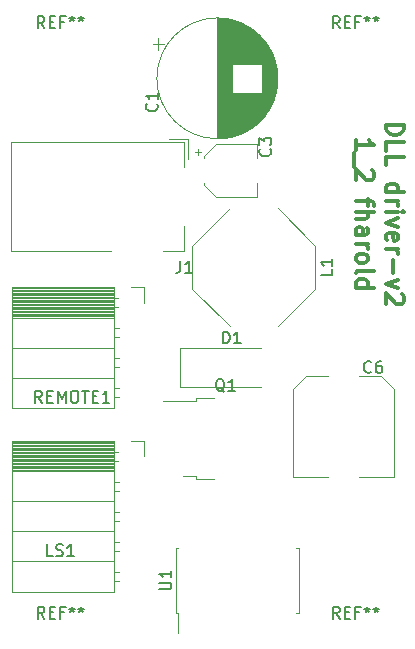
<source format=gbr>
%TF.GenerationSoftware,KiCad,Pcbnew,(5.1.6-0-10_14)*%
%TF.CreationDate,2021-01-02T16:58:20+01:00*%
%TF.ProjectId,driver-v2,64726976-6572-42d7-9632-2e6b69636164,rev?*%
%TF.SameCoordinates,Original*%
%TF.FileFunction,Legend,Top*%
%TF.FilePolarity,Positive*%
%FSLAX46Y46*%
G04 Gerber Fmt 4.6, Leading zero omitted, Abs format (unit mm)*
G04 Created by KiCad (PCBNEW (5.1.6-0-10_14)) date 2021-01-02 16:58:20*
%MOMM*%
%LPD*%
G01*
G04 APERTURE LIST*
%ADD10C,0.300000*%
%ADD11C,0.120000*%
%ADD12C,0.150000*%
G04 APERTURE END LIST*
D10*
X52596428Y-24428571D02*
X54096428Y-24428571D01*
X54096428Y-24785714D01*
X54025000Y-25000000D01*
X53882142Y-25142857D01*
X53739285Y-25214285D01*
X53453571Y-25285714D01*
X53239285Y-25285714D01*
X52953571Y-25214285D01*
X52810714Y-25142857D01*
X52667857Y-25000000D01*
X52596428Y-24785714D01*
X52596428Y-24428571D01*
X52596428Y-26642857D02*
X52596428Y-25928571D01*
X54096428Y-25928571D01*
X52596428Y-27857142D02*
X52596428Y-27142857D01*
X54096428Y-27142857D01*
X52596428Y-30142857D02*
X54096428Y-30142857D01*
X52667857Y-30142857D02*
X52596428Y-30000000D01*
X52596428Y-29714285D01*
X52667857Y-29571428D01*
X52739285Y-29500000D01*
X52882142Y-29428571D01*
X53310714Y-29428571D01*
X53453571Y-29500000D01*
X53525000Y-29571428D01*
X53596428Y-29714285D01*
X53596428Y-30000000D01*
X53525000Y-30142857D01*
X52596428Y-30857142D02*
X53596428Y-30857142D01*
X53310714Y-30857142D02*
X53453571Y-30928571D01*
X53525000Y-31000000D01*
X53596428Y-31142857D01*
X53596428Y-31285714D01*
X52596428Y-31785714D02*
X53596428Y-31785714D01*
X54096428Y-31785714D02*
X54025000Y-31714285D01*
X53953571Y-31785714D01*
X54025000Y-31857142D01*
X54096428Y-31785714D01*
X53953571Y-31785714D01*
X53596428Y-32357142D02*
X52596428Y-32714285D01*
X53596428Y-33071428D01*
X52667857Y-34214285D02*
X52596428Y-34071428D01*
X52596428Y-33785714D01*
X52667857Y-33642857D01*
X52810714Y-33571428D01*
X53382142Y-33571428D01*
X53525000Y-33642857D01*
X53596428Y-33785714D01*
X53596428Y-34071428D01*
X53525000Y-34214285D01*
X53382142Y-34285714D01*
X53239285Y-34285714D01*
X53096428Y-33571428D01*
X52596428Y-34928571D02*
X53596428Y-34928571D01*
X53310714Y-34928571D02*
X53453571Y-35000000D01*
X53525000Y-35071428D01*
X53596428Y-35214285D01*
X53596428Y-35357142D01*
X53167857Y-35857142D02*
X53167857Y-37000000D01*
X53596428Y-37571428D02*
X52596428Y-37928571D01*
X53596428Y-38285714D01*
X53953571Y-38785714D02*
X54025000Y-38857142D01*
X54096428Y-39000000D01*
X54096428Y-39357142D01*
X54025000Y-39500000D01*
X53953571Y-39571428D01*
X53810714Y-39642857D01*
X53667857Y-39642857D01*
X53453571Y-39571428D01*
X52596428Y-38714285D01*
X52596428Y-39642857D01*
X50046428Y-26571428D02*
X50046428Y-25714285D01*
X50046428Y-26142857D02*
X51546428Y-26142857D01*
X51332142Y-26000000D01*
X51189285Y-25857142D01*
X51117857Y-25714285D01*
X49903571Y-26857142D02*
X49903571Y-28000000D01*
X51403571Y-28285714D02*
X51475000Y-28357142D01*
X51546428Y-28500000D01*
X51546428Y-28857142D01*
X51475000Y-29000000D01*
X51403571Y-29071428D01*
X51260714Y-29142857D01*
X51117857Y-29142857D01*
X50903571Y-29071428D01*
X50046428Y-28214285D01*
X50046428Y-29142857D01*
X51046428Y-30714285D02*
X51046428Y-31285714D01*
X50046428Y-30928571D02*
X51332142Y-30928571D01*
X51475000Y-30999999D01*
X51546428Y-31142857D01*
X51546428Y-31285714D01*
X50046428Y-31785714D02*
X51546428Y-31785714D01*
X50046428Y-32428571D02*
X50832142Y-32428571D01*
X50975000Y-32357142D01*
X51046428Y-32214285D01*
X51046428Y-32000000D01*
X50975000Y-31857142D01*
X50903571Y-31785714D01*
X50046428Y-33785714D02*
X50832142Y-33785714D01*
X50975000Y-33714285D01*
X51046428Y-33571428D01*
X51046428Y-33285714D01*
X50975000Y-33142857D01*
X50117857Y-33785714D02*
X50046428Y-33642857D01*
X50046428Y-33285714D01*
X50117857Y-33142857D01*
X50260714Y-33071428D01*
X50403571Y-33071428D01*
X50546428Y-33142857D01*
X50617857Y-33285714D01*
X50617857Y-33642857D01*
X50689285Y-33785714D01*
X50046428Y-34499999D02*
X51046428Y-34499999D01*
X50760714Y-34499999D02*
X50903571Y-34571428D01*
X50975000Y-34642857D01*
X51046428Y-34785714D01*
X51046428Y-34928571D01*
X50046428Y-35642857D02*
X50117857Y-35500000D01*
X50189285Y-35428571D01*
X50332142Y-35357142D01*
X50760714Y-35357142D01*
X50903571Y-35428571D01*
X50975000Y-35500000D01*
X51046428Y-35642857D01*
X51046428Y-35857142D01*
X50975000Y-36000000D01*
X50903571Y-36071428D01*
X50760714Y-36142857D01*
X50332142Y-36142857D01*
X50189285Y-36071428D01*
X50117857Y-36000000D01*
X50046428Y-35857142D01*
X50046428Y-35642857D01*
X50046428Y-36999999D02*
X50117857Y-36857142D01*
X50260714Y-36785714D01*
X51546428Y-36785714D01*
X50046428Y-38214285D02*
X51546428Y-38214285D01*
X50117857Y-38214285D02*
X50046428Y-38071428D01*
X50046428Y-37785714D01*
X50117857Y-37642857D01*
X50189285Y-37571428D01*
X50332142Y-37499999D01*
X50760714Y-37499999D01*
X50903571Y-37571428D01*
X50975000Y-37642857D01*
X51046428Y-37785714D01*
X51046428Y-38071428D01*
X50975000Y-38214285D01*
D11*
%TO.C,C1*%
X33320354Y-17125000D02*
X33320354Y-18125000D01*
X32820354Y-17625000D02*
X33820354Y-17625000D01*
X43381000Y-19901000D02*
X43381000Y-21099000D01*
X43341000Y-19638000D02*
X43341000Y-21362000D01*
X43301000Y-19438000D02*
X43301000Y-21562000D01*
X43261000Y-19270000D02*
X43261000Y-21730000D01*
X43221000Y-19122000D02*
X43221000Y-21878000D01*
X43181000Y-18990000D02*
X43181000Y-22010000D01*
X43141000Y-18870000D02*
X43141000Y-22130000D01*
X43101000Y-18758000D02*
X43101000Y-22242000D01*
X43061000Y-18654000D02*
X43061000Y-22346000D01*
X43021000Y-18556000D02*
X43021000Y-22444000D01*
X42981000Y-18463000D02*
X42981000Y-22537000D01*
X42941000Y-18375000D02*
X42941000Y-22625000D01*
X42901000Y-18291000D02*
X42901000Y-22709000D01*
X42861000Y-18211000D02*
X42861000Y-22789000D01*
X42821000Y-18135000D02*
X42821000Y-22865000D01*
X42781000Y-18061000D02*
X42781000Y-22939000D01*
X42741000Y-17990000D02*
X42741000Y-23010000D01*
X42701000Y-17921000D02*
X42701000Y-23079000D01*
X42661000Y-17855000D02*
X42661000Y-23145000D01*
X42621000Y-17791000D02*
X42621000Y-23209000D01*
X42581000Y-17730000D02*
X42581000Y-23270000D01*
X42541000Y-17670000D02*
X42541000Y-23330000D01*
X42501000Y-17611000D02*
X42501000Y-23389000D01*
X42461000Y-17555000D02*
X42461000Y-23445000D01*
X42421000Y-17500000D02*
X42421000Y-23500000D01*
X42381000Y-17446000D02*
X42381000Y-23554000D01*
X42341000Y-17394000D02*
X42341000Y-23606000D01*
X42301000Y-17344000D02*
X42301000Y-23656000D01*
X42261000Y-17294000D02*
X42261000Y-23706000D01*
X42221000Y-17246000D02*
X42221000Y-23754000D01*
X42181000Y-17199000D02*
X42181000Y-23801000D01*
X42141000Y-17153000D02*
X42141000Y-23847000D01*
X42101000Y-17108000D02*
X42101000Y-23892000D01*
X42061000Y-17064000D02*
X42061000Y-23936000D01*
X42021000Y-21741000D02*
X42021000Y-23978000D01*
X42021000Y-17022000D02*
X42021000Y-19259000D01*
X41981000Y-21741000D02*
X41981000Y-24020000D01*
X41981000Y-16980000D02*
X41981000Y-19259000D01*
X41941000Y-21741000D02*
X41941000Y-24061000D01*
X41941000Y-16939000D02*
X41941000Y-19259000D01*
X41901000Y-21741000D02*
X41901000Y-24101000D01*
X41901000Y-16899000D02*
X41901000Y-19259000D01*
X41861000Y-21741000D02*
X41861000Y-24140000D01*
X41861000Y-16860000D02*
X41861000Y-19259000D01*
X41821000Y-21741000D02*
X41821000Y-24179000D01*
X41821000Y-16821000D02*
X41821000Y-19259000D01*
X41781000Y-21741000D02*
X41781000Y-24216000D01*
X41781000Y-16784000D02*
X41781000Y-19259000D01*
X41741000Y-21741000D02*
X41741000Y-24253000D01*
X41741000Y-16747000D02*
X41741000Y-19259000D01*
X41701000Y-21741000D02*
X41701000Y-24289000D01*
X41701000Y-16711000D02*
X41701000Y-19259000D01*
X41661000Y-21741000D02*
X41661000Y-24324000D01*
X41661000Y-16676000D02*
X41661000Y-19259000D01*
X41621000Y-21741000D02*
X41621000Y-24358000D01*
X41621000Y-16642000D02*
X41621000Y-19259000D01*
X41581000Y-21741000D02*
X41581000Y-24392000D01*
X41581000Y-16608000D02*
X41581000Y-19259000D01*
X41541000Y-21741000D02*
X41541000Y-24425000D01*
X41541000Y-16575000D02*
X41541000Y-19259000D01*
X41501000Y-21741000D02*
X41501000Y-24457000D01*
X41501000Y-16543000D02*
X41501000Y-19259000D01*
X41461000Y-21741000D02*
X41461000Y-24489000D01*
X41461000Y-16511000D02*
X41461000Y-19259000D01*
X41421000Y-21741000D02*
X41421000Y-24520000D01*
X41421000Y-16480000D02*
X41421000Y-19259000D01*
X41381000Y-21741000D02*
X41381000Y-24550000D01*
X41381000Y-16450000D02*
X41381000Y-19259000D01*
X41341000Y-21741000D02*
X41341000Y-24580000D01*
X41341000Y-16420000D02*
X41341000Y-19259000D01*
X41301000Y-21741000D02*
X41301000Y-24610000D01*
X41301000Y-16390000D02*
X41301000Y-19259000D01*
X41261000Y-21741000D02*
X41261000Y-24638000D01*
X41261000Y-16362000D02*
X41261000Y-19259000D01*
X41221000Y-21741000D02*
X41221000Y-24666000D01*
X41221000Y-16334000D02*
X41221000Y-19259000D01*
X41181000Y-21741000D02*
X41181000Y-24694000D01*
X41181000Y-16306000D02*
X41181000Y-19259000D01*
X41141000Y-21741000D02*
X41141000Y-24721000D01*
X41141000Y-16279000D02*
X41141000Y-19259000D01*
X41101000Y-21741000D02*
X41101000Y-24747000D01*
X41101000Y-16253000D02*
X41101000Y-19259000D01*
X41061000Y-21741000D02*
X41061000Y-24773000D01*
X41061000Y-16227000D02*
X41061000Y-19259000D01*
X41021000Y-21741000D02*
X41021000Y-24798000D01*
X41021000Y-16202000D02*
X41021000Y-19259000D01*
X40981000Y-21741000D02*
X40981000Y-24823000D01*
X40981000Y-16177000D02*
X40981000Y-19259000D01*
X40941000Y-21741000D02*
X40941000Y-24847000D01*
X40941000Y-16153000D02*
X40941000Y-19259000D01*
X40901000Y-21741000D02*
X40901000Y-24871000D01*
X40901000Y-16129000D02*
X40901000Y-19259000D01*
X40861000Y-21741000D02*
X40861000Y-24895000D01*
X40861000Y-16105000D02*
X40861000Y-19259000D01*
X40821000Y-21741000D02*
X40821000Y-24917000D01*
X40821000Y-16083000D02*
X40821000Y-19259000D01*
X40781000Y-21741000D02*
X40781000Y-24940000D01*
X40781000Y-16060000D02*
X40781000Y-19259000D01*
X40741000Y-21741000D02*
X40741000Y-24962000D01*
X40741000Y-16038000D02*
X40741000Y-19259000D01*
X40701000Y-21741000D02*
X40701000Y-24983000D01*
X40701000Y-16017000D02*
X40701000Y-19259000D01*
X40661000Y-21741000D02*
X40661000Y-25004000D01*
X40661000Y-15996000D02*
X40661000Y-19259000D01*
X40621000Y-21741000D02*
X40621000Y-25025000D01*
X40621000Y-15975000D02*
X40621000Y-19259000D01*
X40581000Y-21741000D02*
X40581000Y-25045000D01*
X40581000Y-15955000D02*
X40581000Y-19259000D01*
X40541000Y-21741000D02*
X40541000Y-25064000D01*
X40541000Y-15936000D02*
X40541000Y-19259000D01*
X40501000Y-21741000D02*
X40501000Y-25084000D01*
X40501000Y-15916000D02*
X40501000Y-19259000D01*
X40461000Y-21741000D02*
X40461000Y-25103000D01*
X40461000Y-15897000D02*
X40461000Y-19259000D01*
X40421000Y-21741000D02*
X40421000Y-25121000D01*
X40421000Y-15879000D02*
X40421000Y-19259000D01*
X40381000Y-21741000D02*
X40381000Y-25139000D01*
X40381000Y-15861000D02*
X40381000Y-19259000D01*
X40341000Y-21741000D02*
X40341000Y-25157000D01*
X40341000Y-15843000D02*
X40341000Y-19259000D01*
X40301000Y-21741000D02*
X40301000Y-25174000D01*
X40301000Y-15826000D02*
X40301000Y-19259000D01*
X40261000Y-21741000D02*
X40261000Y-25190000D01*
X40261000Y-15810000D02*
X40261000Y-19259000D01*
X40221000Y-21741000D02*
X40221000Y-25207000D01*
X40221000Y-15793000D02*
X40221000Y-19259000D01*
X40181000Y-21741000D02*
X40181000Y-25223000D01*
X40181000Y-15777000D02*
X40181000Y-19259000D01*
X40141000Y-21741000D02*
X40141000Y-25238000D01*
X40141000Y-15762000D02*
X40141000Y-19259000D01*
X40101000Y-21741000D02*
X40101000Y-25254000D01*
X40101000Y-15746000D02*
X40101000Y-19259000D01*
X40061000Y-21741000D02*
X40061000Y-25268000D01*
X40061000Y-15732000D02*
X40061000Y-19259000D01*
X40021000Y-21741000D02*
X40021000Y-25283000D01*
X40021000Y-15717000D02*
X40021000Y-19259000D01*
X39981000Y-21741000D02*
X39981000Y-25297000D01*
X39981000Y-15703000D02*
X39981000Y-19259000D01*
X39941000Y-21741000D02*
X39941000Y-25311000D01*
X39941000Y-15689000D02*
X39941000Y-19259000D01*
X39901000Y-21741000D02*
X39901000Y-25324000D01*
X39901000Y-15676000D02*
X39901000Y-19259000D01*
X39861000Y-21741000D02*
X39861000Y-25337000D01*
X39861000Y-15663000D02*
X39861000Y-19259000D01*
X39821000Y-21741000D02*
X39821000Y-25350000D01*
X39821000Y-15650000D02*
X39821000Y-19259000D01*
X39781000Y-21741000D02*
X39781000Y-25362000D01*
X39781000Y-15638000D02*
X39781000Y-19259000D01*
X39741000Y-21741000D02*
X39741000Y-25374000D01*
X39741000Y-15626000D02*
X39741000Y-19259000D01*
X39701000Y-21741000D02*
X39701000Y-25385000D01*
X39701000Y-15615000D02*
X39701000Y-19259000D01*
X39661000Y-21741000D02*
X39661000Y-25397000D01*
X39661000Y-15603000D02*
X39661000Y-19259000D01*
X39621000Y-21741000D02*
X39621000Y-25407000D01*
X39621000Y-15593000D02*
X39621000Y-19259000D01*
X39581000Y-21741000D02*
X39581000Y-25418000D01*
X39581000Y-15582000D02*
X39581000Y-19259000D01*
X39541000Y-15572000D02*
X39541000Y-25428000D01*
X39501000Y-15562000D02*
X39501000Y-25438000D01*
X39461000Y-15553000D02*
X39461000Y-25447000D01*
X39421000Y-15544000D02*
X39421000Y-25456000D01*
X39381000Y-15535000D02*
X39381000Y-25465000D01*
X39341000Y-15526000D02*
X39341000Y-25474000D01*
X39301000Y-15518000D02*
X39301000Y-25482000D01*
X39261000Y-15510000D02*
X39261000Y-25490000D01*
X39221000Y-15503000D02*
X39221000Y-25497000D01*
X39181000Y-15496000D02*
X39181000Y-25504000D01*
X39141000Y-15489000D02*
X39141000Y-25511000D01*
X39101000Y-15482000D02*
X39101000Y-25518000D01*
X39061000Y-15476000D02*
X39061000Y-25524000D01*
X39021000Y-15470000D02*
X39021000Y-25530000D01*
X38980000Y-15465000D02*
X38980000Y-25535000D01*
X38940000Y-15460000D02*
X38940000Y-25540000D01*
X38900000Y-15455000D02*
X38900000Y-25545000D01*
X38860000Y-15450000D02*
X38860000Y-25550000D01*
X38820000Y-15446000D02*
X38820000Y-25554000D01*
X38780000Y-15442000D02*
X38780000Y-25558000D01*
X38740000Y-15438000D02*
X38740000Y-25562000D01*
X38700000Y-15435000D02*
X38700000Y-25565000D01*
X38660000Y-15432000D02*
X38660000Y-25568000D01*
X38620000Y-15430000D02*
X38620000Y-25570000D01*
X38580000Y-15427000D02*
X38580000Y-25573000D01*
X38540000Y-15425000D02*
X38540000Y-25575000D01*
X38500000Y-15423000D02*
X38500000Y-25577000D01*
X38460000Y-15422000D02*
X38460000Y-25578000D01*
X38420000Y-15421000D02*
X38420000Y-25579000D01*
X38380000Y-15420000D02*
X38380000Y-25580000D01*
X38340000Y-15420000D02*
X38340000Y-25580000D01*
X38300000Y-15420000D02*
X38300000Y-25580000D01*
X43420000Y-20500000D02*
G75*
G03*
X43420000Y-20500000I-5120000J0D01*
G01*
%TO.C,C3*%
X36650000Y-26490000D02*
X36650000Y-26990000D01*
X36400000Y-26740000D02*
X36900000Y-26740000D01*
X37140000Y-29495563D02*
X38204437Y-30560000D01*
X37140000Y-27104437D02*
X38204437Y-26040000D01*
X37140000Y-27104437D02*
X37140000Y-27240000D01*
X37140000Y-29495563D02*
X37140000Y-29360000D01*
X38204437Y-30560000D02*
X41660000Y-30560000D01*
X38204437Y-26040000D02*
X41660000Y-26040000D01*
X41660000Y-26040000D02*
X41660000Y-27240000D01*
X41660000Y-30560000D02*
X41660000Y-29360000D01*
%TO.C,C6*%
X44740000Y-54260000D02*
X47690000Y-54260000D01*
X53260000Y-54260000D02*
X50310000Y-54260000D01*
X53260000Y-46804437D02*
X53260000Y-54260000D01*
X44740000Y-46804437D02*
X44740000Y-54260000D01*
X45804437Y-45740000D02*
X47690000Y-45740000D01*
X52195563Y-45740000D02*
X50310000Y-45740000D01*
X52195563Y-45740000D02*
X53260000Y-46804437D01*
X45804437Y-45740000D02*
X44740000Y-46804437D01*
%TO.C,D1*%
X35100000Y-43350000D02*
X42000000Y-43350000D01*
X35100000Y-46650000D02*
X42000000Y-46650000D01*
X35100000Y-43350000D02*
X35100000Y-46650000D01*
%TO.C,J1*%
X35500000Y-25900000D02*
X35500000Y-28000000D01*
X35800000Y-25600000D02*
X34200000Y-25600000D01*
X35800000Y-27300000D02*
X35800000Y-25600000D01*
X35500000Y-35100000D02*
X33700000Y-35100000D01*
X35500000Y-33000000D02*
X35500000Y-35100000D01*
X20800000Y-25900000D02*
X35500000Y-25900000D01*
X20800000Y-35100000D02*
X20800000Y-25900000D01*
X29300000Y-35100000D02*
X20800000Y-35100000D01*
%TO.C,L1*%
X46600000Y-38300000D02*
X43400000Y-41500000D01*
X36200000Y-38300000D02*
X39400000Y-41500000D01*
X36200000Y-38300000D02*
X36200000Y-34700000D01*
X36200000Y-34700000D02*
X39400000Y-31500000D01*
X46600000Y-34700000D02*
X46600000Y-38300000D01*
X46600000Y-34700000D02*
X43400000Y-31500000D01*
%TO.C,LS1*%
X31000000Y-51170000D02*
X32110000Y-51170000D01*
X32110000Y-51170000D02*
X32110000Y-52500000D01*
X20910000Y-51170000D02*
X20910000Y-63990000D01*
X20910000Y-63990000D02*
X29540000Y-63990000D01*
X29540000Y-51170000D02*
X29540000Y-63990000D01*
X20910000Y-51170000D02*
X29540000Y-51170000D01*
X20910000Y-61390000D02*
X29540000Y-61390000D01*
X20910000Y-58850000D02*
X29540000Y-58850000D01*
X20910000Y-56310000D02*
X29540000Y-56310000D01*
X20910000Y-53770000D02*
X29540000Y-53770000D01*
X29540000Y-63020000D02*
X29950000Y-63020000D01*
X29540000Y-62300000D02*
X29950000Y-62300000D01*
X29540000Y-60480000D02*
X29950000Y-60480000D01*
X29540000Y-59760000D02*
X29950000Y-59760000D01*
X29540000Y-57940000D02*
X29950000Y-57940000D01*
X29540000Y-57220000D02*
X29950000Y-57220000D01*
X29540000Y-55400000D02*
X29950000Y-55400000D01*
X29540000Y-54680000D02*
X29950000Y-54680000D01*
X29540000Y-52860000D02*
X29890000Y-52860000D01*
X29540000Y-52140000D02*
X29890000Y-52140000D01*
X20910000Y-53651900D02*
X29540000Y-53651900D01*
X20910000Y-53533805D02*
X29540000Y-53533805D01*
X20910000Y-53415710D02*
X29540000Y-53415710D01*
X20910000Y-53297615D02*
X29540000Y-53297615D01*
X20910000Y-53179520D02*
X29540000Y-53179520D01*
X20910000Y-53061425D02*
X29540000Y-53061425D01*
X20910000Y-52943330D02*
X29540000Y-52943330D01*
X20910000Y-52825235D02*
X29540000Y-52825235D01*
X20910000Y-52707140D02*
X29540000Y-52707140D01*
X20910000Y-52589045D02*
X29540000Y-52589045D01*
X20910000Y-52470950D02*
X29540000Y-52470950D01*
X20910000Y-52352855D02*
X29540000Y-52352855D01*
X20910000Y-52234760D02*
X29540000Y-52234760D01*
X20910000Y-52116665D02*
X29540000Y-52116665D01*
X20910000Y-51998570D02*
X29540000Y-51998570D01*
X20910000Y-51880475D02*
X29540000Y-51880475D01*
X20910000Y-51762380D02*
X29540000Y-51762380D01*
X20910000Y-51644285D02*
X29540000Y-51644285D01*
X20910000Y-51526190D02*
X29540000Y-51526190D01*
X20910000Y-51408095D02*
X29540000Y-51408095D01*
X20910000Y-51290000D02*
X29540000Y-51290000D01*
%TO.C,Q1*%
X36530000Y-54180000D02*
X35430000Y-54180000D01*
X36530000Y-54450000D02*
X36530000Y-54180000D01*
X38030000Y-54450000D02*
X36530000Y-54450000D01*
X36530000Y-47820000D02*
X33700000Y-47820000D01*
X36530000Y-47550000D02*
X36530000Y-47820000D01*
X38030000Y-47550000D02*
X36530000Y-47550000D01*
%TO.C,REMOTE1*%
X31000000Y-38170000D02*
X32110000Y-38170000D01*
X32110000Y-38170000D02*
X32110000Y-39500000D01*
X20910000Y-38170000D02*
X20910000Y-48450000D01*
X20910000Y-48450000D02*
X29540000Y-48450000D01*
X29540000Y-38170000D02*
X29540000Y-48450000D01*
X20910000Y-38170000D02*
X29540000Y-38170000D01*
X20910000Y-45850000D02*
X29540000Y-45850000D01*
X20910000Y-43310000D02*
X29540000Y-43310000D01*
X20910000Y-40770000D02*
X29540000Y-40770000D01*
X29540000Y-47480000D02*
X29950000Y-47480000D01*
X29540000Y-46760000D02*
X29950000Y-46760000D01*
X29540000Y-44940000D02*
X29950000Y-44940000D01*
X29540000Y-44220000D02*
X29950000Y-44220000D01*
X29540000Y-42400000D02*
X29950000Y-42400000D01*
X29540000Y-41680000D02*
X29950000Y-41680000D01*
X29540000Y-39860000D02*
X29890000Y-39860000D01*
X29540000Y-39140000D02*
X29890000Y-39140000D01*
X20910000Y-40651900D02*
X29540000Y-40651900D01*
X20910000Y-40533805D02*
X29540000Y-40533805D01*
X20910000Y-40415710D02*
X29540000Y-40415710D01*
X20910000Y-40297615D02*
X29540000Y-40297615D01*
X20910000Y-40179520D02*
X29540000Y-40179520D01*
X20910000Y-40061425D02*
X29540000Y-40061425D01*
X20910000Y-39943330D02*
X29540000Y-39943330D01*
X20910000Y-39825235D02*
X29540000Y-39825235D01*
X20910000Y-39707140D02*
X29540000Y-39707140D01*
X20910000Y-39589045D02*
X29540000Y-39589045D01*
X20910000Y-39470950D02*
X29540000Y-39470950D01*
X20910000Y-39352855D02*
X29540000Y-39352855D01*
X20910000Y-39234760D02*
X29540000Y-39234760D01*
X20910000Y-39116665D02*
X29540000Y-39116665D01*
X20910000Y-38998570D02*
X29540000Y-38998570D01*
X20910000Y-38880475D02*
X29540000Y-38880475D01*
X20910000Y-38762380D02*
X29540000Y-38762380D01*
X20910000Y-38644285D02*
X29540000Y-38644285D01*
X20910000Y-38526190D02*
X29540000Y-38526190D01*
X20910000Y-38408095D02*
X29540000Y-38408095D01*
X20910000Y-38290000D02*
X29540000Y-38290000D01*
%TO.C,U1*%
X34995000Y-65760000D02*
X34995000Y-67450000D01*
X34790000Y-65760000D02*
X34995000Y-65760000D01*
X34790000Y-63000000D02*
X34790000Y-65760000D01*
X34790000Y-60240000D02*
X34995000Y-60240000D01*
X34790000Y-63000000D02*
X34790000Y-60240000D01*
X45210000Y-65760000D02*
X45005000Y-65760000D01*
X45210000Y-63000000D02*
X45210000Y-65760000D01*
X45210000Y-60240000D02*
X45005000Y-60240000D01*
X45210000Y-63000000D02*
X45210000Y-60240000D01*
%TO.C,REF\u002A\u002A*%
D12*
X23666666Y-66252380D02*
X23333333Y-65776190D01*
X23095238Y-66252380D02*
X23095238Y-65252380D01*
X23476190Y-65252380D01*
X23571428Y-65300000D01*
X23619047Y-65347619D01*
X23666666Y-65442857D01*
X23666666Y-65585714D01*
X23619047Y-65680952D01*
X23571428Y-65728571D01*
X23476190Y-65776190D01*
X23095238Y-65776190D01*
X24095238Y-65728571D02*
X24428571Y-65728571D01*
X24571428Y-66252380D02*
X24095238Y-66252380D01*
X24095238Y-65252380D01*
X24571428Y-65252380D01*
X25333333Y-65728571D02*
X25000000Y-65728571D01*
X25000000Y-66252380D02*
X25000000Y-65252380D01*
X25476190Y-65252380D01*
X26000000Y-65252380D02*
X26000000Y-65490476D01*
X25761904Y-65395238D02*
X26000000Y-65490476D01*
X26238095Y-65395238D01*
X25857142Y-65680952D02*
X26000000Y-65490476D01*
X26142857Y-65680952D01*
X26761904Y-65252380D02*
X26761904Y-65490476D01*
X26523809Y-65395238D02*
X26761904Y-65490476D01*
X27000000Y-65395238D01*
X26619047Y-65680952D02*
X26761904Y-65490476D01*
X26904761Y-65680952D01*
X23666666Y-16252380D02*
X23333333Y-15776190D01*
X23095238Y-16252380D02*
X23095238Y-15252380D01*
X23476190Y-15252380D01*
X23571428Y-15300000D01*
X23619047Y-15347619D01*
X23666666Y-15442857D01*
X23666666Y-15585714D01*
X23619047Y-15680952D01*
X23571428Y-15728571D01*
X23476190Y-15776190D01*
X23095238Y-15776190D01*
X24095238Y-15728571D02*
X24428571Y-15728571D01*
X24571428Y-16252380D02*
X24095238Y-16252380D01*
X24095238Y-15252380D01*
X24571428Y-15252380D01*
X25333333Y-15728571D02*
X25000000Y-15728571D01*
X25000000Y-16252380D02*
X25000000Y-15252380D01*
X25476190Y-15252380D01*
X26000000Y-15252380D02*
X26000000Y-15490476D01*
X25761904Y-15395238D02*
X26000000Y-15490476D01*
X26238095Y-15395238D01*
X25857142Y-15680952D02*
X26000000Y-15490476D01*
X26142857Y-15680952D01*
X26761904Y-15252380D02*
X26761904Y-15490476D01*
X26523809Y-15395238D02*
X26761904Y-15490476D01*
X27000000Y-15395238D01*
X26619047Y-15680952D02*
X26761904Y-15490476D01*
X26904761Y-15680952D01*
X48666666Y-66252380D02*
X48333333Y-65776190D01*
X48095238Y-66252380D02*
X48095238Y-65252380D01*
X48476190Y-65252380D01*
X48571428Y-65300000D01*
X48619047Y-65347619D01*
X48666666Y-65442857D01*
X48666666Y-65585714D01*
X48619047Y-65680952D01*
X48571428Y-65728571D01*
X48476190Y-65776190D01*
X48095238Y-65776190D01*
X49095238Y-65728571D02*
X49428571Y-65728571D01*
X49571428Y-66252380D02*
X49095238Y-66252380D01*
X49095238Y-65252380D01*
X49571428Y-65252380D01*
X50333333Y-65728571D02*
X50000000Y-65728571D01*
X50000000Y-66252380D02*
X50000000Y-65252380D01*
X50476190Y-65252380D01*
X51000000Y-65252380D02*
X51000000Y-65490476D01*
X50761904Y-65395238D02*
X51000000Y-65490476D01*
X51238095Y-65395238D01*
X50857142Y-65680952D02*
X51000000Y-65490476D01*
X51142857Y-65680952D01*
X51761904Y-65252380D02*
X51761904Y-65490476D01*
X51523809Y-65395238D02*
X51761904Y-65490476D01*
X52000000Y-65395238D01*
X51619047Y-65680952D02*
X51761904Y-65490476D01*
X51904761Y-65680952D01*
X48666666Y-16252380D02*
X48333333Y-15776190D01*
X48095238Y-16252380D02*
X48095238Y-15252380D01*
X48476190Y-15252380D01*
X48571428Y-15300000D01*
X48619047Y-15347619D01*
X48666666Y-15442857D01*
X48666666Y-15585714D01*
X48619047Y-15680952D01*
X48571428Y-15728571D01*
X48476190Y-15776190D01*
X48095238Y-15776190D01*
X49095238Y-15728571D02*
X49428571Y-15728571D01*
X49571428Y-16252380D02*
X49095238Y-16252380D01*
X49095238Y-15252380D01*
X49571428Y-15252380D01*
X50333333Y-15728571D02*
X50000000Y-15728571D01*
X50000000Y-16252380D02*
X50000000Y-15252380D01*
X50476190Y-15252380D01*
X51000000Y-15252380D02*
X51000000Y-15490476D01*
X50761904Y-15395238D02*
X51000000Y-15490476D01*
X51238095Y-15395238D01*
X50857142Y-15680952D02*
X51000000Y-15490476D01*
X51142857Y-15680952D01*
X51761904Y-15252380D02*
X51761904Y-15490476D01*
X51523809Y-15395238D02*
X51761904Y-15490476D01*
X52000000Y-15395238D01*
X51619047Y-15680952D02*
X51761904Y-15490476D01*
X51904761Y-15680952D01*
%TO.C,C1*%
X33157142Y-22666666D02*
X33204761Y-22714285D01*
X33252380Y-22857142D01*
X33252380Y-22952380D01*
X33204761Y-23095238D01*
X33109523Y-23190476D01*
X33014285Y-23238095D01*
X32823809Y-23285714D01*
X32680952Y-23285714D01*
X32490476Y-23238095D01*
X32395238Y-23190476D01*
X32300000Y-23095238D01*
X32252380Y-22952380D01*
X32252380Y-22857142D01*
X32300000Y-22714285D01*
X32347619Y-22666666D01*
X33252380Y-21714285D02*
X33252380Y-22285714D01*
X33252380Y-22000000D02*
X32252380Y-22000000D01*
X32395238Y-22095238D01*
X32490476Y-22190476D01*
X32538095Y-22285714D01*
%TO.C,C3*%
X42757142Y-26466666D02*
X42804761Y-26514285D01*
X42852380Y-26657142D01*
X42852380Y-26752380D01*
X42804761Y-26895238D01*
X42709523Y-26990476D01*
X42614285Y-27038095D01*
X42423809Y-27085714D01*
X42280952Y-27085714D01*
X42090476Y-27038095D01*
X41995238Y-26990476D01*
X41900000Y-26895238D01*
X41852380Y-26752380D01*
X41852380Y-26657142D01*
X41900000Y-26514285D01*
X41947619Y-26466666D01*
X41852380Y-26133333D02*
X41852380Y-25514285D01*
X42233333Y-25847619D01*
X42233333Y-25704761D01*
X42280952Y-25609523D01*
X42328571Y-25561904D01*
X42423809Y-25514285D01*
X42661904Y-25514285D01*
X42757142Y-25561904D01*
X42804761Y-25609523D01*
X42852380Y-25704761D01*
X42852380Y-25990476D01*
X42804761Y-26085714D01*
X42757142Y-26133333D01*
%TO.C,C6*%
X51333333Y-45357142D02*
X51285714Y-45404761D01*
X51142857Y-45452380D01*
X51047619Y-45452380D01*
X50904761Y-45404761D01*
X50809523Y-45309523D01*
X50761904Y-45214285D01*
X50714285Y-45023809D01*
X50714285Y-44880952D01*
X50761904Y-44690476D01*
X50809523Y-44595238D01*
X50904761Y-44500000D01*
X51047619Y-44452380D01*
X51142857Y-44452380D01*
X51285714Y-44500000D01*
X51333333Y-44547619D01*
X52190476Y-44452380D02*
X52000000Y-44452380D01*
X51904761Y-44500000D01*
X51857142Y-44547619D01*
X51761904Y-44690476D01*
X51714285Y-44880952D01*
X51714285Y-45261904D01*
X51761904Y-45357142D01*
X51809523Y-45404761D01*
X51904761Y-45452380D01*
X52095238Y-45452380D01*
X52190476Y-45404761D01*
X52238095Y-45357142D01*
X52285714Y-45261904D01*
X52285714Y-45023809D01*
X52238095Y-44928571D01*
X52190476Y-44880952D01*
X52095238Y-44833333D01*
X51904761Y-44833333D01*
X51809523Y-44880952D01*
X51761904Y-44928571D01*
X51714285Y-45023809D01*
%TO.C,D1*%
X38761904Y-42952380D02*
X38761904Y-41952380D01*
X39000000Y-41952380D01*
X39142857Y-42000000D01*
X39238095Y-42095238D01*
X39285714Y-42190476D01*
X39333333Y-42380952D01*
X39333333Y-42523809D01*
X39285714Y-42714285D01*
X39238095Y-42809523D01*
X39142857Y-42904761D01*
X39000000Y-42952380D01*
X38761904Y-42952380D01*
X40285714Y-42952380D02*
X39714285Y-42952380D01*
X40000000Y-42952380D02*
X40000000Y-41952380D01*
X39904761Y-42095238D01*
X39809523Y-42190476D01*
X39714285Y-42238095D01*
%TO.C,J1*%
X35166666Y-35952380D02*
X35166666Y-36666666D01*
X35119047Y-36809523D01*
X35023809Y-36904761D01*
X34880952Y-36952380D01*
X34785714Y-36952380D01*
X36166666Y-36952380D02*
X35595238Y-36952380D01*
X35880952Y-36952380D02*
X35880952Y-35952380D01*
X35785714Y-36095238D01*
X35690476Y-36190476D01*
X35595238Y-36238095D01*
%TO.C,L1*%
X48052380Y-36666666D02*
X48052380Y-37142857D01*
X47052380Y-37142857D01*
X48052380Y-35809523D02*
X48052380Y-36380952D01*
X48052380Y-36095238D02*
X47052380Y-36095238D01*
X47195238Y-36190476D01*
X47290476Y-36285714D01*
X47338095Y-36380952D01*
%TO.C,LS1*%
X24357142Y-60952380D02*
X23880952Y-60952380D01*
X23880952Y-59952380D01*
X24642857Y-60904761D02*
X24785714Y-60952380D01*
X25023809Y-60952380D01*
X25119047Y-60904761D01*
X25166666Y-60857142D01*
X25214285Y-60761904D01*
X25214285Y-60666666D01*
X25166666Y-60571428D01*
X25119047Y-60523809D01*
X25023809Y-60476190D01*
X24833333Y-60428571D01*
X24738095Y-60380952D01*
X24690476Y-60333333D01*
X24642857Y-60238095D01*
X24642857Y-60142857D01*
X24690476Y-60047619D01*
X24738095Y-60000000D01*
X24833333Y-59952380D01*
X25071428Y-59952380D01*
X25214285Y-60000000D01*
X26166666Y-60952380D02*
X25595238Y-60952380D01*
X25880952Y-60952380D02*
X25880952Y-59952380D01*
X25785714Y-60095238D01*
X25690476Y-60190476D01*
X25595238Y-60238095D01*
%TO.C,Q1*%
X38904761Y-47047619D02*
X38809523Y-47000000D01*
X38714285Y-46904761D01*
X38571428Y-46761904D01*
X38476190Y-46714285D01*
X38380952Y-46714285D01*
X38428571Y-46952380D02*
X38333333Y-46904761D01*
X38238095Y-46809523D01*
X38190476Y-46619047D01*
X38190476Y-46285714D01*
X38238095Y-46095238D01*
X38333333Y-46000000D01*
X38428571Y-45952380D01*
X38619047Y-45952380D01*
X38714285Y-46000000D01*
X38809523Y-46095238D01*
X38857142Y-46285714D01*
X38857142Y-46619047D01*
X38809523Y-46809523D01*
X38714285Y-46904761D01*
X38619047Y-46952380D01*
X38428571Y-46952380D01*
X39809523Y-46952380D02*
X39238095Y-46952380D01*
X39523809Y-46952380D02*
X39523809Y-45952380D01*
X39428571Y-46095238D01*
X39333333Y-46190476D01*
X39238095Y-46238095D01*
%TO.C,REMOTE1*%
X23452380Y-47952380D02*
X23119047Y-47476190D01*
X22880952Y-47952380D02*
X22880952Y-46952380D01*
X23261904Y-46952380D01*
X23357142Y-47000000D01*
X23404761Y-47047619D01*
X23452380Y-47142857D01*
X23452380Y-47285714D01*
X23404761Y-47380952D01*
X23357142Y-47428571D01*
X23261904Y-47476190D01*
X22880952Y-47476190D01*
X23880952Y-47428571D02*
X24214285Y-47428571D01*
X24357142Y-47952380D02*
X23880952Y-47952380D01*
X23880952Y-46952380D01*
X24357142Y-46952380D01*
X24785714Y-47952380D02*
X24785714Y-46952380D01*
X25119047Y-47666666D01*
X25452380Y-46952380D01*
X25452380Y-47952380D01*
X26119047Y-46952380D02*
X26309523Y-46952380D01*
X26404761Y-47000000D01*
X26500000Y-47095238D01*
X26547619Y-47285714D01*
X26547619Y-47619047D01*
X26500000Y-47809523D01*
X26404761Y-47904761D01*
X26309523Y-47952380D01*
X26119047Y-47952380D01*
X26023809Y-47904761D01*
X25928571Y-47809523D01*
X25880952Y-47619047D01*
X25880952Y-47285714D01*
X25928571Y-47095238D01*
X26023809Y-47000000D01*
X26119047Y-46952380D01*
X26833333Y-46952380D02*
X27404761Y-46952380D01*
X27119047Y-47952380D02*
X27119047Y-46952380D01*
X27738095Y-47428571D02*
X28071428Y-47428571D01*
X28214285Y-47952380D02*
X27738095Y-47952380D01*
X27738095Y-46952380D01*
X28214285Y-46952380D01*
X29166666Y-47952380D02*
X28595238Y-47952380D01*
X28880952Y-47952380D02*
X28880952Y-46952380D01*
X28785714Y-47095238D01*
X28690476Y-47190476D01*
X28595238Y-47238095D01*
%TO.C,U1*%
X33402380Y-63761904D02*
X34211904Y-63761904D01*
X34307142Y-63714285D01*
X34354761Y-63666666D01*
X34402380Y-63571428D01*
X34402380Y-63380952D01*
X34354761Y-63285714D01*
X34307142Y-63238095D01*
X34211904Y-63190476D01*
X33402380Y-63190476D01*
X34402380Y-62190476D02*
X34402380Y-62761904D01*
X34402380Y-62476190D02*
X33402380Y-62476190D01*
X33545238Y-62571428D01*
X33640476Y-62666666D01*
X33688095Y-62761904D01*
%TD*%
M02*

</source>
